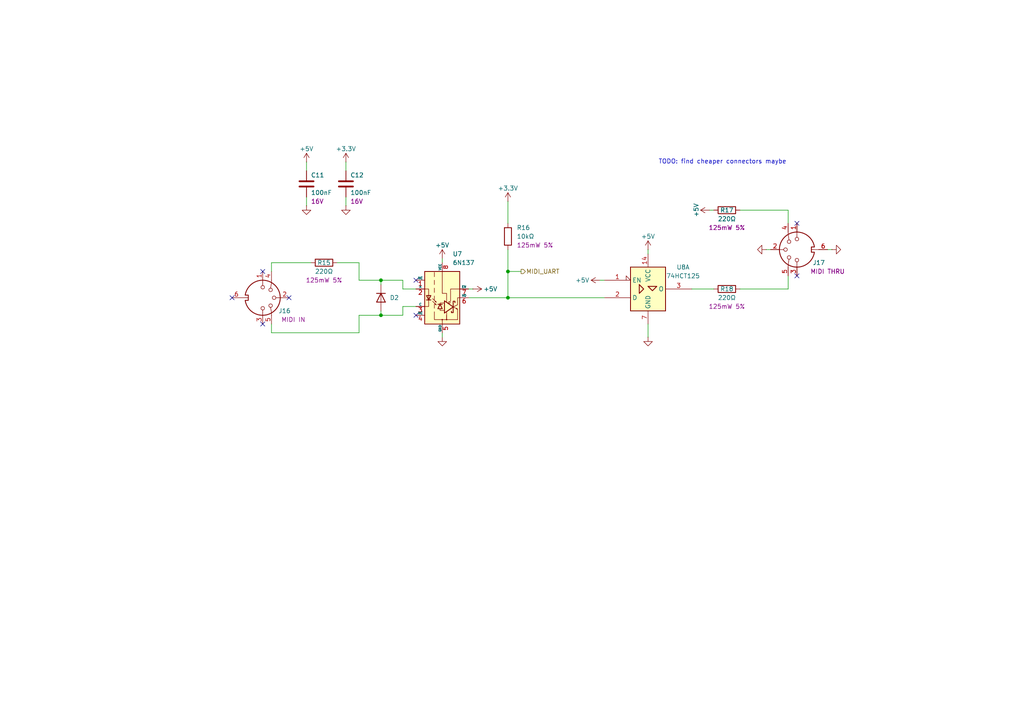
<source format=kicad_sch>
(kicad_sch (version 20231120) (generator "eeschema") (generator_version "8.0")
  (paper "A4")
  (lib_symbols
    (symbol "74xx_IEEE:74125"
      (property "Reference" "U" (at 6.35 6.35 0))
      (property "Value" "74125" (at 2.54 -7.62 0))
      (symbol "74125_0_1"
        (rectangle (start -5.08 6.35) (end 5.08 -6.35) (stroke (width 0.254)) (fill (type background)))
        (polyline (pts (xy -2.54 1.27) (xy -2.54 -1.27) (xy -1.27 0) (xy -2.54 1.27) (xy -2.54 1.27)) (stroke (width 0.254)) (fill (type background)))
        (polyline (pts (xy 0 0.762) (xy 2.54 0.762) (xy 1.27 -0.508) (xy 0 0.762) (xy 0 0.762)) (stroke (width 0.254)) (fill (type background)))
        (pin power_in line (at 0 10.16 270) (length 3.81) (name "VCC") (number "14"))
        (pin power_in line (at 0 -10.16 90) (length 3.81) (name "GND") (number "7"))
      )
      (symbol "74125_1_0"
        (pin input input_low (at -12.7 2.54 0) (length 7.62) (name "EN") (number "1"))
      )
      (symbol "74125_1_1"
        (pin input line (at -12.7 -2.54 0) (length 7.62) (name "D") (number "2"))
        (pin tri_state line (at 12.7 0 180) (length 7.62) (name "O") (number "3"))
      )
      (symbol "74125_2_0"
        (pin input input_low (at -12.7 2.54 0) (length 7.62) (name "EN") (number "4"))
      )
      (symbol "74125_2_1"
        (pin input line (at -12.7 -2.54 0) (length 7.62) (name "D") (number "5"))
        (pin tri_state line (at 12.7 0 180) (length 7.62) (name "O") (number "6"))
      )
      (symbol "74125_3_0"
        (pin input input_low (at -12.7 2.54 0) (length 7.62) (name "EN") (number "10"))
      )
      (symbol "74125_3_1"
        (pin tri_state line (at 12.7 0 180) (length 7.62) (name "O") (number "8"))
        (pin input line (at -12.7 -2.54 0) (length 7.62) (name "D") (number "9"))
      )
      (symbol "74125_4_0"
        (pin input input_low (at -12.7 2.54 0) (length 7.62) (name "EN") (number "13"))
      )
      (symbol "74125_4_1"
        (pin tri_state line (at 12.7 0 180) (length 7.62) (name "O") (number "11"))
        (pin input line (at -12.7 -2.54 0) (length 7.62) (name "D") (number "12"))
      )
    )
    (symbol "Device:C" (pin_numbers hide) (pin_names (offset 0.254))
      (property "Reference" "C" (at 0.635 2.54 0))
      (property "Value" "C" (at 0.635 -2.54 0))
      (symbol "C_0_1"
        (polyline (pts (xy -2.032 -0.762) (xy 2.032 -0.762)) (stroke (width 0.508)))
        (polyline (pts (xy -2.032 0.762) (xy 2.032 0.762)) (stroke (width 0.508)))
      )
      (symbol "C_1_1"
        (pin passive line (at 0 3.81 270) (length 2.794) (name "~") (number "1"))
        (pin passive line (at 0 -3.81 90) (length 2.794) (name "~") (number "2"))
      )
    )
    (symbol "Device:R" (pin_numbers hide) (pin_names (offset 0))
      (property "Reference" "R" (at 2.032 0 90))
      (property "Value" "R" (at 0 0 90))
      (symbol "R_0_1"
        (rectangle (start -1.016 -2.54) (end 1.016 2.54) (stroke (width 0.254)))
      )
      (symbol "R_1_1"
        (pin passive line (at 0 3.81 270) (length 1.27) (name "~") (number "1"))
        (pin passive line (at 0 -3.81 90) (length 1.27) (name "~") (number "2"))
      )
    )
    (symbol "Diode:1N914WT" (pin_numbers hide) (pin_names hide)
      (property "Reference" "D" (at 0 2.54 0))
      (property "Value" "1N914WT" (at 0 -2.54 0))
      (symbol "1N914WT_0_1"
        (polyline (pts (xy -1.27 1.27) (xy -1.27 -1.27)) (stroke (width 0.254)))
        (polyline (pts (xy 1.27 0) (xy -1.27 0)))
        (polyline (pts (xy 1.27 1.27) (xy 1.27 -1.27) (xy -1.27 0) (xy 1.27 1.27)) (stroke (width 0.254)))
      )
      (symbol "1N914WT_1_1"
        (pin passive line (at -3.81 0 0) (length 2.54) (name "K") (number "1"))
        (pin passive line (at 3.81 0 180) (length 2.54) (name "A") (number "2"))
      )
    )
    (symbol "Isolator:6N137" (pin_names (offset 0))
      (property "Reference" "U" (at -4.064 8.89 0))
      (property "Value" "6N137" (at 0 -8.89 0))
      (symbol "6N137_0_1"
        (polyline (pts (xy 0 -6.35) (xy -2.286 -6.35) (xy -2.286 -4.064)))
        (polyline (pts (xy -5.08 -2.54) (xy -3.937 -2.54) (xy -3.937 2.54) (xy -5.08 2.54)))
        (polyline (pts (xy 1.27 -5.08) (xy 1.27 -6.35) (xy 0 -6.35) (xy 0 -7.62)))
        (polyline (pts (xy 3.175 -2.667) (xy 0.635 -4.445) (xy 0.635 -0.889) (xy 3.175 -2.667)) (stroke (width 0.254)))
        (polyline (pts (xy -2.794 -1.016) (xy -1.717 -2.093) (xy -2.076 -1.914) (xy -1.896 -1.734) (xy -1.717 -2.093)))
        (polyline (pts (xy -2.794 -0.254) (xy -1.717 -1.331) (xy -2.076 -1.152) (xy -1.896 -0.972) (xy -1.717 -1.331)))
      )
      (symbol "6N137_1_1"
        (rectangle (start -5.08 7.62) (end 5.08 -7.62) (stroke (width 0.254)) (fill (type background)))
        (circle (center 0 -6.35) (radius 0.127) (fill (type outline)))
        (polyline (pts (xy -4.572 -0.635) (xy -3.302 -0.635)) (stroke (width 0.254)))
        (polyline (pts (xy -2.286 -1.778) (xy -2.286 -3.048)))
        (polyline (pts (xy -2.286 0.508) (xy -2.286 -0.762)))
        (polyline (pts (xy -2.286 2.794) (xy -2.286 1.524)))
        (polyline (pts (xy -2.286 5.08) (xy -2.286 3.81)))
        (polyline (pts (xy -2.286 7.366) (xy -2.286 6.096)))
        (polyline (pts (xy -1.27 -1.905) (xy 0 -1.905)) (stroke (width 0.254)))
        (polyline (pts (xy -0.635 -3.302) (xy -0.635 -3.683) (xy 0.635 -3.683)))
        (polyline (pts (xy -0.635 -1.905) (xy -0.635 -1.524) (xy 0.508 -1.524)))
        (polyline (pts (xy 1.27 -4.064) (xy 1.27 -6.35) (xy 4.445 -6.35)))
        (polyline (pts (xy 3.175 -2.667) (xy 4.445 -3.302) (xy 4.445 -6.35)))
        (polyline (pts (xy -3.937 -0.635) (xy -4.572 0.635) (xy -3.302 0.635) (xy -3.937 -0.635)) (stroke (width 0.254)))
        (polyline (pts (xy -0.635 -1.905) (xy -1.27 -3.175) (xy 0 -3.175) (xy -0.635 -1.905)) (stroke (width 0.254)))
        (polyline (pts (xy 1.27 -1.27) (xy 1.27 1.27) (xy 0 1.27) (xy 0 7.62)))
        (polyline (pts (xy 2.1844 -1.1684) (xy 2.413 -0.889) (xy 2.413 2.54) (xy 5.08 2.54)))
        (polyline (pts (xy 3.175 -2.667) (xy 3.175 -4.318) (xy 2.667 -4.318) (xy 2.667 -3.937)) (stroke (width 0.254)))
        (polyline (pts (xy 3.175 -2.667) (xy 3.175 -1.016) (xy 3.683 -1.016) (xy 3.683 -1.397)) (stroke (width 0.254)))
        (polyline (pts (xy 3.175 -2.667) (xy 4.445 -2.032) (xy 4.445 0) (xy 5.08 0)))
        (polyline (pts (xy 4.445 -3.302) (xy 4.161 -3.018) (xy 4.047 -3.246) (xy 4.445 -3.302)) (stroke (width 0.127)) (fill (type outline)))
        (circle (center 1.27 -6.35) (radius 0.127) (fill (type outline)))
        (circle (center 2.032 -1.397) (radius 0.254))
        (pin passive line (at -7.62 5.08 0) (length 2.54) (name "NC") (number "1"))
        (pin passive line (at -7.62 2.54 0) (length 2.54) (name "A") (number "2"))
        (pin passive line (at -7.62 -2.54 0) (length 2.54) (name "C") (number "3"))
        (pin passive line (at -7.62 -5.08 0) (length 2.54) (name "NC") (number "4"))
        (pin power_in line (at 0 -10.16 90) (length 2.54) (name "GND") (number "5"))
        (pin open_collector line (at 7.62 0 180) (length 2.54) (name "VO") (number "6"))
        (pin input line (at 7.62 2.54 180) (length 2.54) (name "EN") (number "7"))
        (pin power_in line (at 0 10.16 270) (length 2.54) (name "VCC") (number "8"))
      )
    )
    (symbol "conn:DIN-5_180degree" (pin_names (offset 1.016))
      (property "Reference" "J" (at 3.175 5.715 0))
      (property "Value" "DIN-5_180degree" (at 10.922 14.732 0))
      (property "Purpose" "DIN" (at 5.842 -4.826 0))
      (symbol "DIN-5_180degree_0_1"
        (arc (start -5.08 0) (mid -3.8609 -3.3364) (end -0.762 -5.08) (stroke (width 0.254)))
        (circle (center -3.048 0) (radius 0.508))
        (circle (center -2.286 2.286) (radius 0.508))
        (polyline (pts (xy -5.08 0) (xy -3.556 0)))
        (polyline (pts (xy 0 -6.35) (xy -0.002 -4.1733)))
        (polyline (pts (xy 0 5.08) (xy 0 3.81)))
        (polyline (pts (xy 5.08 0) (xy 3.556 0)))
        (polyline (pts (xy -5.08 2.54) (xy -4.318 2.54) (xy -2.794 2.286)))
        (polyline (pts (xy 5.08 2.54) (xy 4.318 2.54) (xy 2.794 2.286)))
        (polyline (pts (xy -0.762 -4.953) (xy -0.762 -4.191) (xy 0.762 -4.191) (xy 0.762 -4.953)) (stroke (width 0.254)))
        (circle (center 0 3.302) (radius 0.508))
        (arc (start 0.762 -5.08) (mid 3.8685 -3.343) (end 5.08 0) (stroke (width 0.254)))
        (circle (center 2.286 2.286) (radius 0.508))
        (circle (center 3.048 0) (radius 0.508))
        (arc (start 5.08 0) (mid 0 5.0579) (end -5.08 0) (stroke (width 0.254)))
      )
      (symbol "DIN-5_180degree_1_1"
        (pin passive line (at -7.62 0 0) (length 2.54) (name "~") (number "1"))
        (pin passive line (at 0 7.62 270) (length 2.54) (name "~") (number "2"))
        (pin passive line (at 7.62 0 180) (length 2.54) (name "~") (number "3"))
        (pin passive line (at -7.62 2.54 0) (length 2.54) (name "~") (number "4"))
        (pin passive line (at 7.62 2.54 180) (length 2.54) (name "~") (number "5"))
        (pin passive line (at 0 -8.89 90) (length 2.54) (name "~") (number "6"))
      )
    )
    (symbol "power:+3.3V" (power) (pin_numbers hide) (pin_names (offset 0) hide)
      (property "Value" "+3.3V" (at 0 3.556 0))
      (symbol "+3.3V_0_1"
        (polyline (pts (xy -0.762 1.27) (xy 0 2.54)))
        (polyline (pts (xy 0 0) (xy 0 2.54)))
        (polyline (pts (xy 0 2.54) (xy 0.762 1.27)))
      )
      (symbol "+3.3V_1_1"
        (pin power_in line (at 0 0 90) (length 0) (name "~") (number "1"))
      )
    )
    (symbol "power:+5V" (power) (pin_numbers hide) (pin_names (offset 0) hide)
      (property "Value" "+5V" (at 0 3.556 0))
      (symbol "+5V_0_1"
        (polyline (pts (xy -0.762 1.27) (xy 0 2.54)))
        (polyline (pts (xy 0 0) (xy 0 2.54)))
        (polyline (pts (xy 0 2.54) (xy 0.762 1.27)))
      )
      (symbol "+5V_1_1"
        (pin power_in line (at 0 0 90) (length 0) (name "~") (number "1"))
      )
    )
    (symbol "power:GND" (power) (pin_numbers hide) (pin_names (offset 0) hide)
      (property "Value" "GND" (at 0 -3.81 0))
      (symbol "GND_0_1"
        (polyline (pts (xy 0 0) (xy 0 -1.27) (xy 1.27 -1.27) (xy 0 -2.54) (xy -1.27 -1.27) (xy 0 -1.27)))
      )
      (symbol "GND_1_1"
        (pin power_in line (at 0 0 270) (length 0) (name "~") (number "1"))
      )
    )
  )
  (junction (at 110.49 81.28))
  (junction (at 110.49 91.44))
  (junction (at 147.32 78.74))
  (junction (at 147.32 86.36))
  (no_connect (at 83.82 86.36))
  (no_connect (at 76.2 93.98))
  (no_connect (at 120.65 81.28))
  (no_connect (at 76.2 78.74))
  (no_connect (at 231.14 80.01))
  (no_connect (at 231.14 64.77))
  (no_connect (at 120.65 91.44))
  (no_connect (at 67.31 86.36))
  (wire (pts (xy 78.74 78.74) (xy 78.74 76.2)))
  (wire (pts (xy 222.25 72.39) (xy 223.52 72.39)))
  (wire (pts (xy 88.9 57.15) (xy 88.9 59.69)))
  (wire (pts (xy 241.3 72.39) (xy 240.03 72.39)))
  (wire (pts (xy 173.99 81.28) (xy 175.26 81.28)))
  (wire (pts (xy 97.79 76.2) (xy 104.14 76.2)))
  (wire (pts (xy 147.32 86.36) (xy 175.26 86.36)))
  (wire (pts (xy 78.74 76.2) (xy 90.17 76.2)))
  (wire (pts (xy 104.14 96.52) (xy 104.14 91.44)))
  (wire (pts (xy 104.14 91.44) (xy 110.49 91.44)))
  (wire (pts (xy 78.74 93.98) (xy 78.74 96.52)))
  (wire (pts (xy 147.32 58.42) (xy 147.32 64.77)))
  (wire (pts (xy 116.84 88.9) (xy 116.84 91.44)))
  (wire (pts (xy 88.9 46.99) (xy 88.9 49.53)))
  (wire (pts (xy 214.63 60.96) (xy 228.6 60.96)))
  (wire (pts (xy 110.49 81.28) (xy 116.84 81.28)))
  (wire (pts (xy 110.49 91.44) (xy 110.49 90.17)))
  (wire (pts (xy 128.27 96.52) (xy 128.27 97.79)))
  (wire (pts (xy 104.14 81.28) (xy 110.49 81.28)))
  (wire (pts (xy 116.84 88.9) (xy 120.65 88.9)))
  (wire (pts (xy 104.14 76.2) (xy 104.14 81.28)))
  (wire (pts (xy 228.6 60.96) (xy 228.6 64.77)))
  (wire (pts (xy 187.96 93.98) (xy 187.96 97.79)))
  (wire (pts (xy 228.6 83.82) (xy 228.6 80.01)))
  (wire (pts (xy 214.63 83.82) (xy 228.6 83.82)))
  (wire (pts (xy 147.32 78.74) (xy 151.13 78.74)))
  (wire (pts (xy 100.33 46.99) (xy 100.33 49.53)))
  (wire (pts (xy 110.49 81.28) (xy 110.49 82.55)))
  (wire (pts (xy 135.89 86.36) (xy 147.32 86.36)))
  (wire (pts (xy 187.96 72.39) (xy 187.96 73.66)))
  (wire (pts (xy 128.27 74.93) (xy 128.27 76.2)))
  (wire (pts (xy 110.49 91.44) (xy 116.84 91.44)))
  (wire (pts (xy 137.16 83.82) (xy 135.89 83.82)))
  (wire (pts (xy 100.33 57.15) (xy 100.33 59.69)))
  (wire (pts (xy 116.84 83.82) (xy 116.84 81.28)))
  (wire (pts (xy 147.32 78.74) (xy 147.32 86.36)))
  (wire (pts (xy 78.74 96.52) (xy 104.14 96.52)))
  (wire (pts (xy 147.32 72.39) (xy 147.32 78.74)))
  (wire (pts (xy 116.84 83.82) (xy 120.65 83.82)))
  (wire (pts (xy 200.66 83.82) (xy 207.01 83.82)))
  (wire (pts (xy 205.74 60.96) (xy 207.01 60.96)))
  (text "TODO: find cheaper connectors maybe" (at 209.55 46.99 0) (effects (font (size 1.27 1.27))))
  (hierarchical_label "MIDI_UART" (shape output) (at 151.13 78.74 0))
  (symbol (lib_id "Device:R") (at 93.98 76.2 90) (unit 1)
    (property "Reference" "R15" (at 93.98 76.2 90))
    (property "Value" "220Ω" (at 93.98 78.74 90))
    (property "Footprint" "Resistor_SMD:R_0805_2012Metric" (effects (hide yes)))
    (property "Info" "125mW 5%" (at 93.98 81.28 90))
    (property "Shop" "https://store.comet.bg/Catalogue/Product/3516/" (effects (hide yes)))
    (property "Part" "R 220Ω 125mW 5% 0805" (effects (hide yes)))
  )
  (symbol (lib_id "power:+5V") (at 187.96 72.39 0) (unit 1)
    (property "Reference" "#PWR085" (effects (hide yes)))
    (property "Value" "+5V" (at 187.96 68.58 0))
    (property "Description" "Power symbol creates a global label with name \"+5V\"" (effects (hide yes)))
  )
  (symbol (lib_id "Device:R") (at 210.82 60.96 90) (unit 1)
    (property "Reference" "R17" (at 210.82 60.96 90))
    (property "Value" "220Ω" (at 210.82 63.5 90))
    (property "Footprint" "Resistor_SMD:R_0805_2012Metric" (effects (hide yes)))
    (property "Info" "125mW 5%" (at 210.82 66.04 90))
    (property "Shop" "https://store.comet.bg/Catalogue/Product/3516/" (effects (hide yes)))
    (property "Part" "R 220Ω 125mW 5% 0805" (effects (hide yes)))
  )
  (symbol (lib_id "power:+3.3V") (at 100.33 46.99 0) (unit 1)
    (property "Reference" "#PWR078" (effects (hide yes)))
    (property "Value" "+3.3V" (at 100.33 43.18 0))
    (property "Description" "Power symbol creates a global label with name \"+3.3V\"" (effects (hide yes)))
  )
  (symbol (lib_id "power:GND") (at 100.33 59.69 0) (unit 1)
    (property "Reference" "#PWR079" (effects (hide yes)))
    (property "Value" "GND" (effects (hide yes)))
  )
  (symbol (lib_id "power:+5V") (at 88.9 46.99 0) (unit 1)
    (property "Reference" "#PWR076" (effects (hide yes)))
    (property "Value" "+5V" (at 88.9 43.18 0))
    (property "Description" "Power symbol creates a global label with name \"+5V\"" (effects (hide yes)))
  )
  (symbol (lib_id "power:GND") (at 241.3 72.39 90) (unit 1)
    (property "Reference" "#PWR089" (effects (hide yes)))
    (property "Value" "GND" (effects (hide yes)))
  )
  (symbol (lib_id "Device:R") (at 210.82 83.82 90) (unit 1)
    (property "Reference" "R18" (at 210.82 83.82 90))
    (property "Value" "220Ω" (at 210.82 86.36 90))
    (property "Footprint" "Resistor_SMD:R_0805_2012Metric" (effects (hide yes)))
    (property "Info" "125mW 5%" (at 210.82 88.9 90))
    (property "Shop" "https://store.comet.bg/Catalogue/Product/3516/" (effects (hide yes)))
    (property "Part" "R 220Ω 125mW 5% 0805" (effects (hide yes)))
  )
  (symbol (lib_id "power:GND") (at 88.9 59.69 0) (unit 1)
    (property "Reference" "#PWR077" (effects (hide yes)))
    (property "Value" "GND" (effects (hide yes)))
  )
  (symbol (lib_id "power:+5V") (at 205.74 60.96 90) (unit 1)
    (property "Reference" "#PWR087" (effects (hide yes)))
    (property "Value" "+5V" (at 201.93 60.96 0))
    (property "Description" "Power symbol creates a global label with name \"+5V\"" (effects (hide yes)))
  )
  (symbol (lib_id "conn:DIN-5_180degree") (at 231.14 72.39 90) (mirror x) (unit 1)
    (property "Reference" "J17" (at 237.49 76.2 90))
    (property "Value" "DIN-5_180degree" (effects (hide yes)))
    (property "Footprint" "conn:57PC5F" (effects (hide yes)))
    (property "Datasheet" "http://www.mouser.com/ds/2/18/40_c091_abd_e-75918.pdf" (effects (hide yes)))
    (property "Description" "5-pin DIN connector (5-pin DIN-5 stereo)" (effects (hide yes)))
    (property "Purpose" "MIDI THRU" (at 240.03 78.74 90))
    (property "Part" "57PC5F" (effects (hide yes)))
    (property "Shop" "https://eu.mouser.com/ProductDetail/Switchcraft/57PC5F?qs=MW%252B0w7tSdpkWuZd7MBoFPA%3D%3D" (effects (hide yes)))
  )
  (symbol (lib_id "Device:C") (at 88.9 53.34 0) (unit 1)
    (property "Reference" "C11" (at 90.17 50.8 0) (effects (justify left)))
    (property "Value" "100nF" (at 90.17 55.88 0) (effects (justify left)))
    (property "Footprint" "Capacitor_SMD:C_0805_2012Metric" (effects (hide yes)))
    (property "Info" "16V" (at 90.17 58.42 0) (effects (justify left)))
    (property "Shop" "https://store.comet.bg/Catalogue/Product/16789/" (effects (hide yes)))
    (property "Part" "C 100nF 16V 0805" (effects (hide yes)))
  )
  (symbol (lib_id "power:+5V") (at 128.27 74.93 0) (unit 1)
    (property "Reference" "#PWR080" (effects (hide yes)))
    (property "Value" "+5V" (at 128.27 71.12 0))
    (property "Description" "Power symbol creates a global label with name \"+5V\"" (effects (hide yes)))
  )
  (symbol (lib_id "power:GND") (at 222.25 72.39 270) (unit 1)
    (property "Reference" "#PWR088" (effects (hide yes)))
    (property "Value" "GND" (effects (hide yes)))
  )
  (symbol (lib_id "power:+3.3V") (at 147.32 58.42 0) (unit 1)
    (property "Reference" "#PWR083" (effects (hide yes)))
    (property "Value" "+3.3V" (at 147.32 54.61 0))
    (property "Description" "Power symbol creates a global label with name \"+3.3V\"" (effects (hide yes)))
  )
  (symbol (lib_id "power:+5V") (at 137.16 83.82 270) (unit 1)
    (property "Reference" "#PWR082" (effects (hide yes)))
    (property "Value" "+5V" (at 142.24 83.82 90))
    (property "Description" "Power symbol creates a global label with name \"+5V\"" (effects (hide yes)))
  )
  (symbol (lib_id "conn:DIN-5_180degree") (at 76.2 86.36 270) (unit 1)
    (property "Reference" "J16" (at 82.55 90.17 90))
    (property "Value" "DIN-5_180degree" (effects (hide yes)))
    (property "Footprint" "conn:57PC5F" (effects (hide yes)))
    (property "Datasheet" "http://www.mouser.com/ds/2/18/40_c091_abd_e-75918.pdf" (effects (hide yes)))
    (property "Description" "5-pin DIN connector (5-pin DIN-5 stereo)" (effects (hide yes)))
    (property "Purpose" "MIDI IN" (at 85.09 92.71 90))
    (property "Part" "57PC5F" (effects (hide yes)))
    (property "Shop" "https://eu.mouser.com/ProductDetail/Switchcraft/57PC5F?qs=MW%252B0w7tSdpkWuZd7MBoFPA%3D%3D" (effects (hide yes)))
  )
  (symbol (lib_id "Isolator:6N137") (at 128.27 86.36 0) (unit 1)
    (property "Reference" "U7" (at 131.2865 73.66 0) (effects (justify left)))
    (property "Value" "6N137" (at 131.2865 76.2 0) (effects (justify left)))
    (property "Footprint" "Package_DIP:DIP-8_W7.62mm" (effects (hide yes)))
    (property "Datasheet" "https://docs.broadcom.com/docs/AV02-0940EN" (effects (hide yes)))
    (property "Description" "Single High Speed LSTTL/TTL Compatible Optocoupler with enable, dV/dt 1000/us, VCM 10, max 7V VCC, DIP-8" (effects (hide yes)))
    (property "Part" "6N137S SMD" (effects (hide yes)))
    (property "Shop" "https://store.comet.bg/Catalogue/Product/8287/" (effects (hide yes)))
  )
  (symbol (lib_id "Device:C") (at 100.33 53.34 0) (unit 1)
    (property "Reference" "C12" (at 101.6 50.8 0) (effects (justify left)))
    (property "Value" "100nF" (at 101.6 55.88 0) (effects (justify left)))
    (property "Footprint" "Capacitor_SMD:C_0805_2012Metric" (effects (hide yes)))
    (property "Info" "16V" (at 101.6 58.42 0) (effects (justify left)))
    (property "Shop" "https://store.comet.bg/Catalogue/Product/16789/" (effects (hide yes)))
    (property "Part" "C 100nF 16V 0805" (effects (hide yes)))
  )
  (symbol (lib_id "74xx_IEEE:74125") (at 187.96 83.82 0) (unit 1)
    (property "Reference" "U8" (at 198.12 77.5014 0))
    (property "Value" "74HCT125" (at 198.12 80.0414 0))
    (property "Footprint" "Package_SO:SO-14_5.3x10.2mm_P1.27mm" (effects (hide yes)))
    (property "Shop" "https://store.comet.bg/Catalogue/Product/48153/" (effects (hide yes)))
    (property "Part" "74HCT125D" (effects (hide yes)))
  )
  (symbol (lib_id "Device:R") (at 147.32 68.58 180) (unit 1)
    (property "Reference" "R16" (at 149.86 66.04 0) (effects (justify right)))
    (property "Value" "10kΩ" (at 149.86 68.58 0) (effects (justify right)))
    (property "Footprint" "Resistor_SMD:R_0805_2012Metric" (effects (hide yes)))
    (property "Info" "125mW 5%" (at 149.86 71.12 0) (effects (justify right)))
    (property "Shop" "https://store.comet.bg/Catalogue/Product/29102/" (effects (hide yes)))
  )
  (symbol (lib_id "power:+5V") (at 173.99 81.28 90) (unit 1)
    (property "Reference" "#PWR084" (effects (hide yes)))
    (property "Value" "+5V" (at 168.91 81.28 90))
    (property "Description" "Power symbol creates a global label with name \"+5V\"" (effects (hide yes)))
  )
  (symbol (lib_id "Diode:1N914WT") (at 110.49 86.36 270) (unit 1)
    (property "Reference" "D2" (at 113.03 86.3599 90) (effects (justify left)))
    (property "Value" "1N4148WS" (effects (hide yes)))
    (property "Footprint" "Diode_SMD:D_SOD-323_HandSoldering" (effects (hide yes)))
    (property "Datasheet" "http://www.mouser.com/ds/2/149/1N4148WT-461550.pdf" (effects (hide yes)))
    (property "Description" "75V 0.15A Fast switching Diode, SOD-523" (effects (hide yes)))
    (property "Sim.Device" "D" (effects (hide yes)))
    (property "Sim.Pins" "1=K 2=A" (effects (hide yes)))
    (property "Part" "1N4148WS" (effects (hide yes)))
    (property "Shop" "https://store.comet.bg/Catalogue/Product/50996/" (effects (hide yes)))
  )
  (symbol (lib_id "power:GND") (at 187.96 97.79 0) (unit 1)
    (property "Reference" "#PWR086" (effects (hide yes)))
    (property "Value" "GND" (effects (hide yes)))
  )
  (symbol (lib_id "power:GND") (at 128.27 97.79 0) (unit 1)
    (property "Reference" "#PWR081" (effects (hide yes)))
    (property "Value" "GND" (effects (hide yes)))
  )
)
</source>
